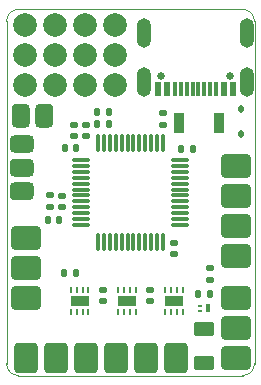
<source format=gbr>
%TF.GenerationSoftware,KiCad,Pcbnew,9.0.3-9.0.3-0~ubuntu24.04.1*%
%TF.CreationDate,2025-09-19T18:16:16+02:00*%
%TF.ProjectId,ant control board v2,616e7420-636f-46e7-9472-6f6c20626f61,2.0*%
%TF.SameCoordinates,Original*%
%TF.FileFunction,Soldermask,Top*%
%TF.FilePolarity,Negative*%
%FSLAX46Y46*%
G04 Gerber Fmt 4.6, Leading zero omitted, Abs format (unit mm)*
G04 Created by KiCad (PCBNEW 9.0.3-9.0.3-0~ubuntu24.04.1) date 2025-09-19 18:16:16*
%MOMM*%
%LPD*%
G01*
G04 APERTURE LIST*
G04 Aperture macros list*
%AMRoundRect*
0 Rectangle with rounded corners*
0 $1 Rounding radius*
0 $2 $3 $4 $5 $6 $7 $8 $9 X,Y pos of 4 corners*
0 Add a 4 corners polygon primitive as box body*
4,1,4,$2,$3,$4,$5,$6,$7,$8,$9,$2,$3,0*
0 Add four circle primitives for the rounded corners*
1,1,$1+$1,$2,$3*
1,1,$1+$1,$4,$5*
1,1,$1+$1,$6,$7*
1,1,$1+$1,$8,$9*
0 Add four rect primitives between the rounded corners*
20,1,$1+$1,$2,$3,$4,$5,0*
20,1,$1+$1,$4,$5,$6,$7,0*
20,1,$1+$1,$6,$7,$8,$9,0*
20,1,$1+$1,$8,$9,$2,$3,0*%
G04 Aperture macros list end*
%ADD10RoundRect,0.140000X0.170000X-0.140000X0.170000X0.140000X-0.170000X0.140000X-0.170000X-0.140000X0*%
%ADD11C,0.500000*%
%ADD12RoundRect,0.375000X0.375000X-0.625000X0.375000X0.625000X-0.375000X0.625000X-0.375000X-0.625000X0*%
%ADD13RoundRect,0.375000X0.625000X0.375000X-0.625000X0.375000X-0.625000X-0.375000X0.625000X-0.375000X0*%
%ADD14RoundRect,0.062500X0.062500X-0.187500X0.062500X0.187500X-0.062500X0.187500X-0.062500X-0.187500X0*%
%ADD15R,1.600000X0.900000*%
%ADD16RoundRect,0.135000X-0.185000X0.135000X-0.185000X-0.135000X0.185000X-0.135000X0.185000X0.135000X0*%
%ADD17C,2.000000*%
%ADD18RoundRect,0.300000X0.970000X-0.700000X0.970000X0.700000X-0.970000X0.700000X-0.970000X-0.700000X0*%
%ADD19RoundRect,0.135000X0.135000X0.185000X-0.135000X0.185000X-0.135000X-0.185000X0.135000X-0.185000X0*%
%ADD20R,0.400000X0.250000*%
%ADD21R,0.400000X0.700000*%
%ADD22RoundRect,0.140000X-0.140000X-0.170000X0.140000X-0.170000X0.140000X0.170000X-0.140000X0.170000X0*%
%ADD23C,0.650000*%
%ADD24R,0.600000X1.150000*%
%ADD25R,0.300000X1.150000*%
%ADD26O,1.250000X2.500000*%
%ADD27RoundRect,0.300000X-0.700000X-0.970000X0.700000X-0.970000X0.700000X0.970000X-0.700000X0.970000X0*%
%ADD28RoundRect,0.112500X0.112500X-0.187500X0.112500X0.187500X-0.112500X0.187500X-0.112500X-0.187500X0*%
%ADD29R,0.900000X1.700000*%
%ADD30RoundRect,0.075000X-0.662500X-0.075000X0.662500X-0.075000X0.662500X0.075000X-0.662500X0.075000X0*%
%ADD31RoundRect,0.075000X-0.075000X-0.662500X0.075000X-0.662500X0.075000X0.662500X-0.075000X0.662500X0*%
%ADD32RoundRect,0.135000X-0.135000X-0.185000X0.135000X-0.185000X0.135000X0.185000X-0.135000X0.185000X0*%
%ADD33RoundRect,0.140000X-0.170000X0.140000X-0.170000X-0.140000X0.170000X-0.140000X0.170000X0.140000X0*%
%ADD34RoundRect,0.140000X0.140000X0.170000X-0.140000X0.170000X-0.140000X-0.170000X0.140000X-0.170000X0*%
%ADD35RoundRect,0.300000X-0.970000X0.700000X-0.970000X-0.700000X0.970000X-0.700000X0.970000X0.700000X0*%
%ADD36RoundRect,0.250000X-0.625000X0.375000X-0.625000X-0.375000X0.625000X-0.375000X0.625000X0.375000X0*%
%ADD37RoundRect,0.135000X0.185000X-0.135000X0.185000X0.135000X-0.185000X0.135000X-0.185000X-0.135000X0*%
%TA.AperFunction,Profile*%
%ADD38C,0.050000*%
%TD*%
G04 APERTURE END LIST*
D10*
%TO.C,C18*%
X103690000Y-125770000D03*
X103690000Y-126730000D03*
%TD*%
D11*
%TO.C,J10*%
X99740000Y-118300000D03*
X99740000Y-119700000D03*
D12*
X100190000Y-119000000D03*
D11*
X100640000Y-119700000D03*
X100654400Y-118300000D03*
X101732800Y-118288800D03*
X101732800Y-119711200D03*
D12*
X102190000Y-119000000D03*
D11*
X102640000Y-118300000D03*
X102647200Y-119711200D03*
%TD*%
%TO.C,J9*%
X99570000Y-125848096D03*
X100970000Y-125848096D03*
D13*
X100270000Y-125398096D03*
D11*
X100970000Y-124948096D03*
X99570000Y-124933696D03*
X99570000Y-123848096D03*
X100970000Y-123848096D03*
D13*
X100270000Y-123398096D03*
D11*
X100970000Y-122948096D03*
X99570000Y-122933696D03*
X99558800Y-121855296D03*
X100981200Y-121855296D03*
D13*
X100270000Y-121398096D03*
D11*
X99570000Y-120948096D03*
X100981200Y-120940896D03*
%TD*%
D14*
%TO.C,U4*%
X112440000Y-135650000D03*
X112940000Y-135650000D03*
X113440000Y-135650000D03*
X113940000Y-135650000D03*
X113940000Y-133750000D03*
X113440000Y-133750000D03*
X112940000Y-133750000D03*
X112440000Y-133750000D03*
D15*
X113190000Y-134700000D03*
%TD*%
D14*
%TO.C,U2*%
X104440000Y-135650000D03*
X104940000Y-135650000D03*
X105440000Y-135650000D03*
X105940000Y-135650000D03*
X105940000Y-133750000D03*
X105440000Y-133750000D03*
X104940000Y-133750000D03*
X104440000Y-133750000D03*
D15*
X105190000Y-134700000D03*
%TD*%
D14*
%TO.C,U3*%
X108440000Y-135650000D03*
X108940000Y-135650000D03*
X109440000Y-135650000D03*
X109940000Y-135650000D03*
X109940000Y-133750000D03*
X109440000Y-133750000D03*
X108940000Y-133750000D03*
X108440000Y-133750000D03*
D15*
X109190000Y-134700000D03*
%TD*%
D16*
%TO.C,R6*%
X102670000Y-125740000D03*
X102670000Y-126760000D03*
%TD*%
D17*
%TO.C,U7*%
X100583000Y-116417000D03*
X100583000Y-113877000D03*
X100583000Y-111337000D03*
X103123000Y-116417000D03*
X103123000Y-113877000D03*
X103123000Y-111337000D03*
X105663000Y-116417000D03*
X105663000Y-113877000D03*
X105663000Y-111337000D03*
X108203000Y-116417000D03*
X108203000Y-113877000D03*
X108203000Y-111337000D03*
%TD*%
D10*
%TO.C,C15*%
X105690000Y-120730000D03*
X105690000Y-119770000D03*
%TD*%
D11*
%TO.C,J7*%
X99721000Y-135055000D03*
X101499000Y-135055000D03*
D18*
X100610000Y-134420000D03*
D11*
X99721000Y-133785000D03*
X101499000Y-133785000D03*
X99721000Y-132515000D03*
X101499000Y-132515000D03*
D18*
X100610000Y-131880000D03*
D11*
X99721000Y-131245000D03*
X101499000Y-131245000D03*
X99721000Y-129975000D03*
X101499000Y-129975000D03*
D18*
X100610000Y-129340000D03*
D11*
X99721000Y-128705000D03*
X101499000Y-128705000D03*
%TD*%
D10*
%TO.C,C13*%
X104690000Y-120730000D03*
X104690000Y-119770000D03*
%TD*%
D19*
%TO.C,R9*%
X107680000Y-118700000D03*
X106660000Y-118700000D03*
%TD*%
D10*
%TO.C,C6*%
X107190000Y-134680000D03*
X107190000Y-133720000D03*
%TD*%
D20*
%TO.C,Q1*%
X115340000Y-135075000D03*
X115340000Y-135525000D03*
D21*
X116040000Y-135300000D03*
%TD*%
D22*
%TO.C,C5*%
X103890000Y-132300000D03*
X104850000Y-132300000D03*
%TD*%
D23*
%TO.C,J3*%
X117890000Y-115680000D03*
X112110000Y-115680000D03*
D24*
X118200000Y-116755000D03*
X117400000Y-116755000D03*
D25*
X116750000Y-116755000D03*
X116250000Y-116755000D03*
X115750000Y-116755000D03*
X115250000Y-116755000D03*
X114750000Y-116755000D03*
X114250000Y-116755000D03*
X113750000Y-116755000D03*
X113250000Y-116755000D03*
D24*
X112600000Y-116755000D03*
X111800000Y-116755000D03*
D26*
X119320000Y-116180000D03*
X119320000Y-112000000D03*
X110680000Y-116180000D03*
X110680000Y-112000000D03*
%TD*%
D19*
%TO.C,R8*%
X107680000Y-119700000D03*
X106660000Y-119700000D03*
%TD*%
D11*
%TO.C,J5*%
X105055000Y-138611000D03*
X105055000Y-140389000D03*
D27*
X105690000Y-139500000D03*
D11*
X106325000Y-138611000D03*
X106325000Y-140389000D03*
X107595000Y-138611000D03*
X107595000Y-140389000D03*
D27*
X108230000Y-139500000D03*
D11*
X108865000Y-138611000D03*
X108865000Y-140389000D03*
%TD*%
%TO.C,J8*%
X117501000Y-140135000D03*
X119279000Y-140135000D03*
D18*
X118390000Y-139500000D03*
D11*
X117501000Y-138865000D03*
X119279000Y-138865000D03*
X117501000Y-137595000D03*
X119279000Y-137595000D03*
D18*
X118390000Y-136960000D03*
D11*
X117501000Y-136325000D03*
X119279000Y-136325000D03*
X117501000Y-135055000D03*
X119279000Y-135055000D03*
D18*
X118390000Y-134420000D03*
D11*
X117501000Y-133785000D03*
X119279000Y-133785000D03*
%TD*%
D22*
%TO.C,C16*%
X113810000Y-121850000D03*
X114770000Y-121850000D03*
%TD*%
D28*
%TO.C,D1*%
X118890000Y-120550000D03*
X118890000Y-118450000D03*
%TD*%
D11*
%TO.C,J6*%
X110135000Y-138611000D03*
X110135000Y-140389000D03*
D27*
X110770000Y-139500000D03*
D11*
X111405000Y-138611000D03*
X111405000Y-140389000D03*
X112675000Y-138611000D03*
X112675000Y-140389000D03*
D27*
X113310000Y-139500000D03*
D11*
X113945000Y-138611000D03*
X113945000Y-140389000D03*
%TD*%
D29*
%TO.C,SW1*%
X116990000Y-119650000D03*
X113590000Y-119650000D03*
%TD*%
D10*
%TO.C,C7*%
X111190000Y-134680000D03*
X111190000Y-133720000D03*
%TD*%
D11*
%TO.C,J4*%
X99975000Y-138611000D03*
X99975000Y-140389000D03*
D27*
X100610000Y-139500000D03*
D11*
X101245000Y-138611000D03*
X101245000Y-140389000D03*
X102515000Y-138611000D03*
X102515000Y-140389000D03*
D27*
X103150000Y-139500000D03*
D11*
X103785000Y-138611000D03*
X103785000Y-140389000D03*
%TD*%
D30*
%TO.C,U6*%
X105337500Y-122750000D03*
X105337500Y-123250000D03*
X105337500Y-123750000D03*
X105337500Y-124250000D03*
X105337500Y-124750000D03*
X105337500Y-125250000D03*
X105337500Y-125750000D03*
X105337500Y-126250000D03*
X105337500Y-126750000D03*
X105337500Y-127250000D03*
X105337500Y-127750000D03*
X105337500Y-128250000D03*
D31*
X106750000Y-129662500D03*
X107250000Y-129662500D03*
X107750000Y-129662500D03*
X108250000Y-129662500D03*
X108750000Y-129662500D03*
X109250000Y-129662500D03*
X109750000Y-129662500D03*
X110250000Y-129662500D03*
X110750000Y-129662500D03*
X111250000Y-129662500D03*
X111750000Y-129662500D03*
X112250000Y-129662500D03*
D30*
X113662500Y-128250000D03*
X113662500Y-127750000D03*
X113662500Y-127250000D03*
X113662500Y-126750000D03*
X113662500Y-126250000D03*
X113662500Y-125750000D03*
X113662500Y-125250000D03*
X113662500Y-124750000D03*
X113662500Y-124250000D03*
X113662500Y-123750000D03*
X113662500Y-123250000D03*
X113662500Y-122750000D03*
D31*
X112250000Y-121337500D03*
X111750000Y-121337500D03*
X111250000Y-121337500D03*
X110750000Y-121337500D03*
X110250000Y-121337500D03*
X109750000Y-121337500D03*
X109250000Y-121337500D03*
X108750000Y-121337500D03*
X108250000Y-121337500D03*
X107750000Y-121337500D03*
X107250000Y-121337500D03*
X106750000Y-121337500D03*
%TD*%
D32*
%TO.C,R10*%
X115180000Y-134100000D03*
X116200000Y-134100000D03*
%TD*%
D33*
%TO.C,C17*%
X113220000Y-129770000D03*
X113220000Y-130730000D03*
%TD*%
D22*
%TO.C,C11*%
X102520000Y-127800000D03*
X103480000Y-127800000D03*
%TD*%
D16*
%TO.C,R7*%
X112290000Y-118790000D03*
X112290000Y-119810000D03*
%TD*%
D34*
%TO.C,C14*%
X104920000Y-121750000D03*
X103960000Y-121750000D03*
%TD*%
D11*
%TO.C,J1*%
X119279000Y-127705000D03*
X117501000Y-127705000D03*
D35*
X118390000Y-128340000D03*
D11*
X119279000Y-128975000D03*
X117501000Y-128975000D03*
X119279000Y-130245000D03*
X117501000Y-130245000D03*
D35*
X118390000Y-130880000D03*
D11*
X119279000Y-131515000D03*
X117501000Y-131515000D03*
%TD*%
D36*
%TO.C,D2*%
X115690000Y-137100000D03*
X115690000Y-139900000D03*
%TD*%
D11*
%TO.C,J2*%
X119279000Y-122625000D03*
X117501000Y-122625000D03*
D35*
X118390000Y-123260000D03*
D11*
X119279000Y-123895000D03*
X117501000Y-123895000D03*
X119279000Y-125165000D03*
X117501000Y-125165000D03*
D35*
X118390000Y-125800000D03*
D11*
X119279000Y-126435000D03*
X117501000Y-126435000D03*
%TD*%
D37*
%TO.C,R11*%
X116200000Y-132910000D03*
X116200000Y-131890000D03*
%TD*%
D38*
X120000000Y-140000000D02*
X120000000Y-111000000D01*
X100000000Y-141000000D02*
X119000000Y-141000000D01*
X99000000Y-111000000D02*
X99000000Y-140000000D01*
X119000000Y-110000000D02*
X100000000Y-110000000D01*
X99000000Y-111000000D02*
G75*
G02*
X100000000Y-110000000I1000000J0D01*
G01*
X119000000Y-110000000D02*
G75*
G02*
X120000000Y-111000000I0J-1000000D01*
G01*
X120000000Y-140000000D02*
G75*
G02*
X119000000Y-141000000I-1000000J0D01*
G01*
X100000000Y-141000000D02*
G75*
G02*
X99000000Y-140000000I0J1000000D01*
G01*
M02*

</source>
